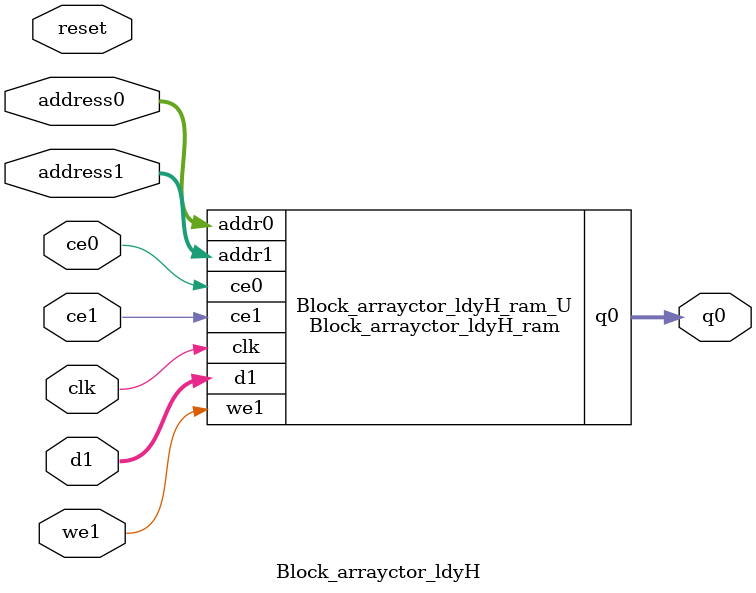
<source format=v>
`timescale 1 ns / 1 ps
module Block_arrayctor_ldyH_ram (addr0, ce0, q0, addr1, ce1, d1, we1,  clk);

parameter DWIDTH = 4;
parameter AWIDTH = 15;
parameter MEM_SIZE = 20608;

input[AWIDTH-1:0] addr0;
input ce0;
output reg[DWIDTH-1:0] q0;
input[AWIDTH-1:0] addr1;
input ce1;
input[DWIDTH-1:0] d1;
input we1;
input clk;

(* ram_style = "block" *)reg [DWIDTH-1:0] ram[0:MEM_SIZE-1];




always @(posedge clk)  
begin 
    if (ce0) begin
        q0 <= ram[addr0];
    end
end


always @(posedge clk)  
begin 
    if (ce1) begin
        if (we1) 
            ram[addr1] <= d1; 
    end
end


endmodule

`timescale 1 ns / 1 ps
module Block_arrayctor_ldyH(
    reset,
    clk,
    address0,
    ce0,
    q0,
    address1,
    ce1,
    we1,
    d1);

parameter DataWidth = 32'd4;
parameter AddressRange = 32'd20608;
parameter AddressWidth = 32'd15;
input reset;
input clk;
input[AddressWidth - 1:0] address0;
input ce0;
output[DataWidth - 1:0] q0;
input[AddressWidth - 1:0] address1;
input ce1;
input we1;
input[DataWidth - 1:0] d1;



Block_arrayctor_ldyH_ram Block_arrayctor_ldyH_ram_U(
    .clk( clk ),
    .addr0( address0 ),
    .ce0( ce0 ),
    .q0( q0 ),
    .addr1( address1 ),
    .ce1( ce1 ),
    .we1( we1 ),
    .d1( d1 ));

endmodule


</source>
